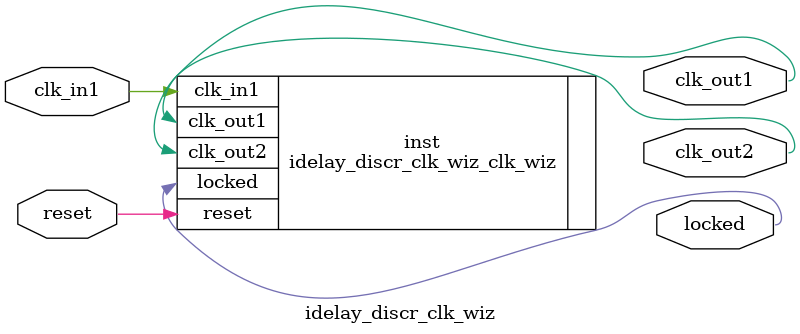
<source format=v>


`timescale 1ps/1ps

(* CORE_GENERATION_INFO = "idelay_discr_clk_wiz,clk_wiz_v6_0_3_0_0,{component_name=idelay_discr_clk_wiz,use_phase_alignment=true,use_min_o_jitter=false,use_max_i_jitter=false,use_dyn_phase_shift=false,use_inclk_switchover=false,use_dyn_reconfig=false,enable_axi=0,feedback_source=FDBK_AUTO,PRIMITIVE=MMCM,num_out_clk=2,clkin1_period=50.000,clkin2_period=10.0,use_power_down=false,use_reset=true,use_locked=true,use_inclk_stopped=false,feedback_type=SINGLE,CLOCK_MGR_TYPE=NA,manual_override=false}" *)

module idelay_discr_clk_wiz 
 (
  // Clock out ports
  output        clk_out1,
  output        clk_out2,
  // Status and control signals
  input         reset,
  output        locked,
 // Clock in ports
  input         clk_in1
 );

  idelay_discr_clk_wiz_clk_wiz inst
  (
  // Clock out ports  
  .clk_out1(clk_out1),
  .clk_out2(clk_out2),
  // Status and control signals               
  .reset(reset), 
  .locked(locked),
 // Clock in ports
  .clk_in1(clk_in1)
  );

endmodule

</source>
